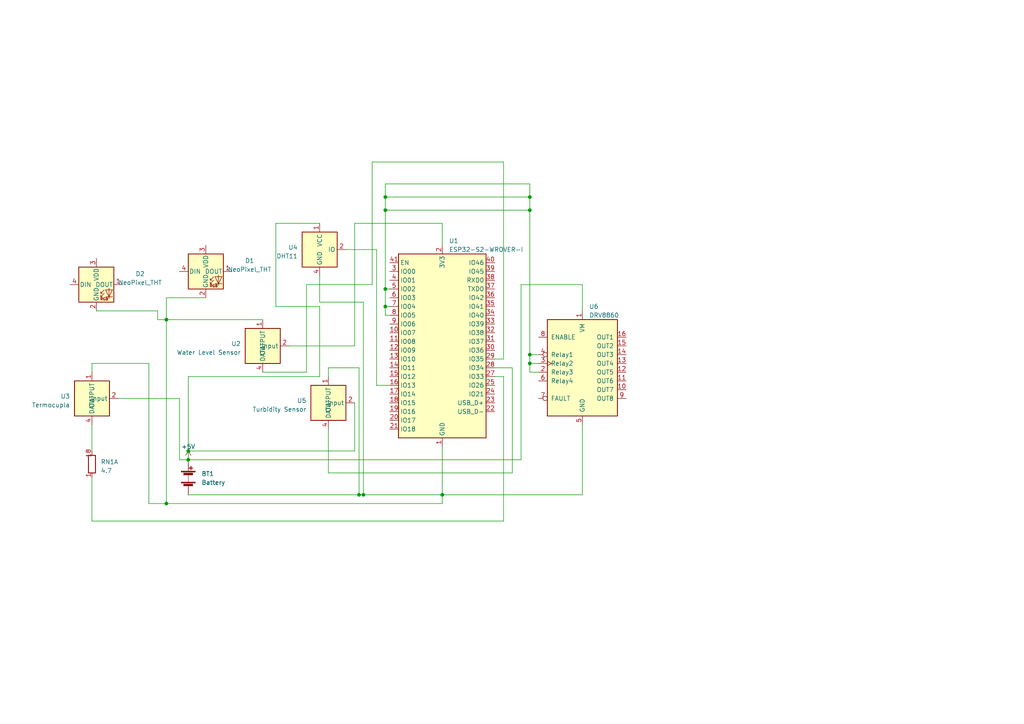
<source format=kicad_sch>
(kicad_sch (version 20230121) (generator eeschema)

  (uuid bf0ab362-4586-4c16-a47c-37bed4b43fef)

  (paper "A4")

  (lib_symbols
    (symbol "DHT11_1" (in_bom yes) (on_board yes)
      (property "Reference" "U2" (at -6.35 0.635 0)
        (effects (font (size 1.27 1.27)) (justify right))
      )
      (property "Value" "DHT11" (at -6.35 -1.905 0)
        (effects (font (size 1.27 1.27)) (justify right))
      )
      (property "Footprint" "Sensor:Aosong_DHT11_5.5x12.0_P2.54mm" (at 0 -10.16 0)
        (effects (font (size 1.27 1.27)) hide)
      )
      (property "Datasheet" "http://akizukidenshi.com/download/ds/aosong/DHT11.pdf" (at 3.81 6.35 0)
        (effects (font (size 1.27 1.27)) hide)
      )
      (property "ki_keywords" "Digital temperature humidity sensor" (at 0 0 0)
        (effects (font (size 1.27 1.27)) hide)
      )
      (property "ki_description" "Temperature and humidity module" (at 0 0 0)
        (effects (font (size 1.27 1.27)) hide)
      )
      (property "ki_fp_filters" "Aosong*DHT11*5.5x12.0*P2.54mm*" (at 0 0 0)
        (effects (font (size 1.27 1.27)) hide)
      )
      (symbol "DHT11_1_0_1"
        (rectangle (start -5.08 5.08) (end 5.08 -5.08)
          (stroke (width 0.254) (type default))
          (fill (type background))
        )
      )
      (symbol "DHT11_1_1_1"
        (pin power_in line (at 0 7.62 270) (length 2.54)
          (name "OUTPUT" (effects (font (size 1.27 1.27))))
          (number "1" (effects (font (size 1.27 1.27))))
        )
        (pin bidirectional line (at 7.62 0 180) (length 2.54)
          (name "input" (effects (font (size 1.27 1.27))))
          (number "2" (effects (font (size 1.27 1.27))))
        )
        (pin no_connect line (at -5.08 0 0) (length 2.54) hide
          (name "NC" (effects (font (size 1.27 1.27))))
          (number "3" (effects (font (size 1.27 1.27))))
        )
        (pin power_in line (at 0 -7.62 90) (length 2.54)
          (name "DATA" (effects (font (size 1.27 1.27))))
          (number "4" (effects (font (size 1.27 1.27))))
        )
      )
    )
    (symbol "DHT11_2" (in_bom yes) (on_board yes)
      (property "Reference" "U3" (at -6.35 0.635 0)
        (effects (font (size 1.27 1.27)) (justify right))
      )
      (property "Value" "Termocupla" (at -6.35 -1.905 0)
        (effects (font (size 1.27 1.27)) (justify right))
      )
      (property "Footprint" "Sensor:Aosong_DHT11_5.5x12.0_P2.54mm" (at 0 -10.16 0)
        (effects (font (size 1.27 1.27)) hide)
      )
      (property "Datasheet" "http://akizukidenshi.com/download/ds/aosong/DHT11.pdf" (at 3.81 6.35 0)
        (effects (font (size 1.27 1.27)) hide)
      )
      (property "ki_keywords" "Digital temperature humidity sensor" (at 0 0 0)
        (effects (font (size 1.27 1.27)) hide)
      )
      (property "ki_description" "Temperature and humidity module" (at 0 0 0)
        (effects (font (size 1.27 1.27)) hide)
      )
      (property "ki_fp_filters" "Aosong*DHT11*5.5x12.0*P2.54mm*" (at 0 0 0)
        (effects (font (size 1.27 1.27)) hide)
      )
      (symbol "DHT11_2_0_1"
        (rectangle (start -5.08 5.08) (end 5.08 -5.08)
          (stroke (width 0.254) (type default))
          (fill (type background))
        )
      )
      (symbol "DHT11_2_1_1"
        (pin power_in line (at 0 7.62 270) (length 2.54)
          (name "OUTPUT" (effects (font (size 1.27 1.27))))
          (number "1" (effects (font (size 1.27 1.27))))
        )
        (pin bidirectional line (at 7.62 0 180) (length 2.54)
          (name "input" (effects (font (size 1.27 1.27))))
          (number "2" (effects (font (size 1.27 1.27))))
        )
        (pin no_connect line (at -5.08 0 0) (length 2.54) hide
          (name "NC" (effects (font (size 1.27 1.27))))
          (number "3" (effects (font (size 1.27 1.27))))
        )
        (pin power_in line (at 0 -7.62 90) (length 2.54)
          (name "DATA" (effects (font (size 1.27 1.27))))
          (number "4" (effects (font (size 1.27 1.27))))
        )
      )
    )
    (symbol "Device:Battery" (pin_numbers hide) (pin_names (offset 0) hide) (in_bom yes) (on_board yes)
      (property "Reference" "BT" (at 2.54 2.54 0)
        (effects (font (size 1.27 1.27)) (justify left))
      )
      (property "Value" "Battery" (at 2.54 0 0)
        (effects (font (size 1.27 1.27)) (justify left))
      )
      (property "Footprint" "" (at 0 1.524 90)
        (effects (font (size 1.27 1.27)) hide)
      )
      (property "Datasheet" "~" (at 0 1.524 90)
        (effects (font (size 1.27 1.27)) hide)
      )
      (property "ki_keywords" "batt voltage-source cell" (at 0 0 0)
        (effects (font (size 1.27 1.27)) hide)
      )
      (property "ki_description" "Multiple-cell battery" (at 0 0 0)
        (effects (font (size 1.27 1.27)) hide)
      )
      (symbol "Battery_0_1"
        (rectangle (start -2.032 -1.397) (end 2.032 -1.651)
          (stroke (width 0) (type default))
          (fill (type outline))
        )
        (rectangle (start -2.032 1.778) (end 2.032 1.524)
          (stroke (width 0) (type default))
          (fill (type outline))
        )
        (rectangle (start -1.3208 -1.9812) (end 1.27 -2.4892)
          (stroke (width 0) (type default))
          (fill (type outline))
        )
        (rectangle (start -1.3208 1.1938) (end 1.27 0.6858)
          (stroke (width 0) (type default))
          (fill (type outline))
        )
        (polyline
          (pts
            (xy 0 -1.524)
            (xy 0 -1.27)
          )
          (stroke (width 0) (type default))
          (fill (type none))
        )
        (polyline
          (pts
            (xy 0 -1.016)
            (xy 0 -0.762)
          )
          (stroke (width 0) (type default))
          (fill (type none))
        )
        (polyline
          (pts
            (xy 0 -0.508)
            (xy 0 -0.254)
          )
          (stroke (width 0) (type default))
          (fill (type none))
        )
        (polyline
          (pts
            (xy 0 0)
            (xy 0 0.254)
          )
          (stroke (width 0) (type default))
          (fill (type none))
        )
        (polyline
          (pts
            (xy 0 0.508)
            (xy 0 0.762)
          )
          (stroke (width 0) (type default))
          (fill (type none))
        )
        (polyline
          (pts
            (xy 0 1.778)
            (xy 0 2.54)
          )
          (stroke (width 0) (type default))
          (fill (type none))
        )
        (polyline
          (pts
            (xy 0.254 2.667)
            (xy 1.27 2.667)
          )
          (stroke (width 0.254) (type default))
          (fill (type none))
        )
        (polyline
          (pts
            (xy 0.762 3.175)
            (xy 0.762 2.159)
          )
          (stroke (width 0.254) (type default))
          (fill (type none))
        )
      )
      (symbol "Battery_1_1"
        (pin passive line (at 0 5.08 270) (length 2.54)
          (name "+" (effects (font (size 1.27 1.27))))
          (number "1" (effects (font (size 1.27 1.27))))
        )
        (pin passive line (at 0 -5.08 90) (length 2.54)
          (name "-" (effects (font (size 1.27 1.27))))
          (number "2" (effects (font (size 1.27 1.27))))
        )
      )
    )
    (symbol "Device:R_Pack09_Split" (pin_names (offset 0) hide) (in_bom yes) (on_board yes)
      (property "Reference" "RN1" (at 2.54 0.635 0)
        (effects (font (size 1.27 1.27)) (justify left))
      )
      (property "Value" "4.7" (at 2.54 -1.905 0)
        (effects (font (size 1.27 1.27)) (justify left))
      )
      (property "Footprint" "" (at -2.032 0 90)
        (effects (font (size 1.27 1.27)) hide)
      )
      (property "Datasheet" "~" (at 0 0 0)
        (effects (font (size 1.27 1.27)) hide)
      )
      (property "ki_keywords" "R network parallel topology isolated" (at 0 0 0)
        (effects (font (size 1.27 1.27)) hide)
      )
      (property "ki_description" "9 resistor network, parallel topology, split" (at 0 0 0)
        (effects (font (size 1.27 1.27)) hide)
      )
      (property "ki_fp_filters" "DIP* SOIC* R*Array*Concave* R*Array*Convex*" (at 0 0 0)
        (effects (font (size 1.27 1.27)) hide)
      )
      (symbol "R_Pack09_Split_0_1"
        (rectangle (start 1.016 2.54) (end -1.016 -2.54)
          (stroke (width 0.254) (type default))
          (fill (type none))
        )
      )
      (symbol "R_Pack09_Split_1_1"
        (pin passive line (at 0 -3.81 90) (length 1.27)
          (name "R1.1" (effects (font (size 1.27 1.27))))
          (number "1" (effects (font (size 1.27 1.27))))
        )
        (pin passive line (at 0 3.81 270) (length 1.27)
          (name "R1.2" (effects (font (size 1.27 1.27))))
          (number "18" (effects (font (size 1.27 1.27))))
        )
      )
      (symbol "R_Pack09_Split_2_1"
        (pin passive line (at 0 3.81 270) (length 1.27)
          (name "R2.2" (effects (font (size 1.27 1.27))))
          (number "17" (effects (font (size 1.27 1.27))))
        )
        (pin passive line (at 0 -3.81 90) (length 1.27)
          (name "R2.1" (effects (font (size 1.27 1.27))))
          (number "2" (effects (font (size 1.27 1.27))))
        )
      )
      (symbol "R_Pack09_Split_3_1"
        (pin passive line (at 0 3.81 270) (length 1.27)
          (name "R3.2" (effects (font (size 1.27 1.27))))
          (number "16" (effects (font (size 1.27 1.27))))
        )
        (pin passive line (at 0 -3.81 90) (length 1.27)
          (name "R3.1" (effects (font (size 1.27 1.27))))
          (number "3" (effects (font (size 1.27 1.27))))
        )
      )
      (symbol "R_Pack09_Split_4_1"
        (pin passive line (at 0 3.81 270) (length 1.27)
          (name "R4.2" (effects (font (size 1.27 1.27))))
          (number "15" (effects (font (size 1.27 1.27))))
        )
        (pin passive line (at 0 -3.81 90) (length 1.27)
          (name "R4.1" (effects (font (size 1.27 1.27))))
          (number "4" (effects (font (size 1.27 1.27))))
        )
      )
      (symbol "R_Pack09_Split_5_1"
        (pin passive line (at 0 3.81 270) (length 1.27)
          (name "R5.2" (effects (font (size 1.27 1.27))))
          (number "14" (effects (font (size 1.27 1.27))))
        )
        (pin passive line (at 0 -3.81 90) (length 1.27)
          (name "R5.1" (effects (font (size 1.27 1.27))))
          (number "5" (effects (font (size 1.27 1.27))))
        )
      )
      (symbol "R_Pack09_Split_6_1"
        (pin passive line (at 0 3.81 270) (length 1.27)
          (name "R6.2" (effects (font (size 1.27 1.27))))
          (number "13" (effects (font (size 1.27 1.27))))
        )
        (pin passive line (at 0 -3.81 90) (length 1.27)
          (name "R6.1" (effects (font (size 1.27 1.27))))
          (number "6" (effects (font (size 1.27 1.27))))
        )
      )
      (symbol "R_Pack09_Split_7_1"
        (pin passive line (at 0 3.81 270) (length 1.27)
          (name "R7.2" (effects (font (size 1.27 1.27))))
          (number "12" (effects (font (size 1.27 1.27))))
        )
        (pin passive line (at 0 -3.81 90) (length 1.27)
          (name "R7.1" (effects (font (size 1.27 1.27))))
          (number "7" (effects (font (size 1.27 1.27))))
        )
      )
      (symbol "R_Pack09_Split_8_1"
        (pin passive line (at 0 3.81 270) (length 1.27)
          (name "R8.2" (effects (font (size 1.27 1.27))))
          (number "11" (effects (font (size 1.27 1.27))))
        )
        (pin passive line (at 0 -3.81 90) (length 1.27)
          (name "R8.1" (effects (font (size 1.27 1.27))))
          (number "8" (effects (font (size 1.27 1.27))))
        )
      )
      (symbol "R_Pack09_Split_9_1"
        (pin passive line (at 0 3.81 270) (length 1.27)
          (name "R9.2" (effects (font (size 1.27 1.27))))
          (number "10" (effects (font (size 1.27 1.27))))
        )
        (pin passive line (at 0 -3.81 90) (length 1.27)
          (name "R9.1" (effects (font (size 1.27 1.27))))
          (number "9" (effects (font (size 1.27 1.27))))
        )
      )
    )
    (symbol "Driver_Relay:DRV8860" (pin_names (offset 1.016)) (in_bom yes) (on_board yes)
      (property "Reference" "U6" (at 1.9559 19.05 0)
        (effects (font (size 1.27 1.27)) (justify left))
      )
      (property "Value" "DRV8860" (at 1.9559 16.51 0)
        (effects (font (size 1.27 1.27)) (justify left))
      )
      (property "Footprint" "Package_SO:TSSOP-16_4.4x5mm_P0.65mm" (at 10.16 12.7 0)
        (effects (font (size 1.27 1.27)) (justify left) hide)
      )
      (property "Datasheet" "http://www.ti.com/lit/ds/symlink/drv8860.pdf" (at 1.27 -15.24 0)
        (effects (font (size 1.27 1.27)) hide)
      )
      (property "ki_keywords" "Relay Driver" (at 0 0 0)
        (effects (font (size 1.27 1.27)) hide)
      )
      (property "ki_description" "8-Channel Serial Interface Low-Side Driver" (at 0 0 0)
        (effects (font (size 1.27 1.27)) hide)
      )
      (property "ki_fp_filters" "TSSOP*4.4x5mm*P0.65mm*" (at 0 0 0)
        (effects (font (size 1.27 1.27)) hide)
      )
      (symbol "DRV8860_0_1"
        (rectangle (start -10.16 15.24) (end 10.16 -12.7)
          (stroke (width 0.254) (type default))
          (fill (type background))
        )
      )
      (symbol "DRV8860_1_1"
        (pin power_in line (at 0 17.78 270) (length 2.54)
          (name "VM" (effects (font (size 1.27 1.27))))
          (number "1" (effects (font (size 1.27 1.27))))
        )
        (pin output line (at 12.7 -5.08 180) (length 2.54)
          (name "OUT7" (effects (font (size 1.27 1.27))))
          (number "10" (effects (font (size 1.27 1.27))))
        )
        (pin output line (at 12.7 -2.54 180) (length 2.54)
          (name "OUT6" (effects (font (size 1.27 1.27))))
          (number "11" (effects (font (size 1.27 1.27))))
        )
        (pin output line (at 12.7 0 180) (length 2.54)
          (name "OUT5" (effects (font (size 1.27 1.27))))
          (number "12" (effects (font (size 1.27 1.27))))
        )
        (pin output line (at 12.7 2.54 180) (length 2.54)
          (name "OUT4" (effects (font (size 1.27 1.27))))
          (number "13" (effects (font (size 1.27 1.27))))
        )
        (pin output line (at 12.7 5.08 180) (length 2.54)
          (name "OUT3" (effects (font (size 1.27 1.27))))
          (number "14" (effects (font (size 1.27 1.27))))
        )
        (pin output line (at 12.7 7.62 180) (length 2.54)
          (name "OUT2" (effects (font (size 1.27 1.27))))
          (number "15" (effects (font (size 1.27 1.27))))
        )
        (pin output line (at 12.7 10.16 180) (length 2.54)
          (name "OUT1" (effects (font (size 1.27 1.27))))
          (number "16" (effects (font (size 1.27 1.27))))
        )
        (pin input line (at -12.7 0 0) (length 2.54)
          (name "Relay3" (effects (font (size 1.27 1.27))))
          (number "2" (effects (font (size 1.27 1.27))))
        )
        (pin input clock (at -12.7 2.54 0) (length 2.54)
          (name "Relay2" (effects (font (size 1.27 1.27))))
          (number "3" (effects (font (size 1.27 1.27))))
        )
        (pin input inverted (at -12.7 5.08 0) (length 2.54)
          (name "Relay1" (effects (font (size 1.27 1.27))))
          (number "4" (effects (font (size 1.27 1.27))))
        )
        (pin power_in line (at 0 -15.24 90) (length 2.54)
          (name "GND" (effects (font (size 1.27 1.27))))
          (number "5" (effects (font (size 1.27 1.27))))
        )
        (pin output line (at -12.7 -2.54 0) (length 2.54)
          (name "Relay4" (effects (font (size 1.27 1.27))))
          (number "6" (effects (font (size 1.27 1.27))))
        )
        (pin open_collector inverted (at -12.7 -7.62 0) (length 2.54)
          (name "FAULT" (effects (font (size 1.27 1.27))))
          (number "7" (effects (font (size 1.27 1.27))))
        )
        (pin input line (at -12.7 10.16 0) (length 2.54)
          (name "ENABLE" (effects (font (size 1.27 1.27))))
          (number "8" (effects (font (size 1.27 1.27))))
        )
        (pin output line (at 12.7 -7.62 180) (length 2.54)
          (name "OUT8" (effects (font (size 1.27 1.27))))
          (number "9" (effects (font (size 1.27 1.27))))
        )
      )
    )
    (symbol "LED:NeoPixel_THT" (pin_names (offset 0.254)) (in_bom yes) (on_board yes)
      (property "Reference" "D" (at 5.08 5.715 0)
        (effects (font (size 1.27 1.27)) (justify right bottom))
      )
      (property "Value" "NeoPixel_THT" (at 1.27 -5.715 0)
        (effects (font (size 1.27 1.27)) (justify left top))
      )
      (property "Footprint" "" (at 1.27 -7.62 0)
        (effects (font (size 1.27 1.27)) (justify left top) hide)
      )
      (property "Datasheet" "https://www.adafruit.com/product/1938" (at 2.54 -9.525 0)
        (effects (font (size 1.27 1.27)) (justify left top) hide)
      )
      (property "ki_keywords" "RGB LED NeoPixel addressable" (at 0 0 0)
        (effects (font (size 1.27 1.27)) hide)
      )
      (property "ki_description" "RGB LED with integrated controller, 5mm/8mm LED package" (at 0 0 0)
        (effects (font (size 1.27 1.27)) hide)
      )
      (property "ki_fp_filters" "LED*D5.0mm* LED*D8.0mm*" (at 0 0 0)
        (effects (font (size 1.27 1.27)) hide)
      )
      (symbol "NeoPixel_THT_0_0"
        (text "RGB" (at 2.286 -4.191 0)
          (effects (font (size 0.762 0.762)))
        )
      )
      (symbol "NeoPixel_THT_0_1"
        (polyline
          (pts
            (xy 1.27 -3.556)
            (xy 1.778 -3.556)
          )
          (stroke (width 0) (type default))
          (fill (type none))
        )
        (polyline
          (pts
            (xy 1.27 -2.54)
            (xy 1.778 -2.54)
          )
          (stroke (width 0) (type default))
          (fill (type none))
        )
        (polyline
          (pts
            (xy 4.699 -3.556)
            (xy 2.667 -3.556)
          )
          (stroke (width 0) (type default))
          (fill (type none))
        )
        (polyline
          (pts
            (xy 2.286 -2.54)
            (xy 1.27 -3.556)
            (xy 1.27 -3.048)
          )
          (stroke (width 0) (type default))
          (fill (type none))
        )
        (polyline
          (pts
            (xy 2.286 -1.524)
            (xy 1.27 -2.54)
            (xy 1.27 -2.032)
          )
          (stroke (width 0) (type default))
          (fill (type none))
        )
        (polyline
          (pts
            (xy 3.683 -1.016)
            (xy 3.683 -3.556)
            (xy 3.683 -4.064)
          )
          (stroke (width 0) (type default))
          (fill (type none))
        )
        (polyline
          (pts
            (xy 4.699 -1.524)
            (xy 2.667 -1.524)
            (xy 3.683 -3.556)
            (xy 4.699 -1.524)
          )
          (stroke (width 0) (type default))
          (fill (type none))
        )
        (rectangle (start 5.08 5.08) (end -5.08 -5.08)
          (stroke (width 0.254) (type default))
          (fill (type background))
        )
      )
      (symbol "NeoPixel_THT_1_1"
        (pin output line (at 7.62 0 180) (length 2.54)
          (name "DOUT" (effects (font (size 1.27 1.27))))
          (number "1" (effects (font (size 1.27 1.27))))
        )
        (pin power_in line (at 0 -7.62 90) (length 2.54)
          (name "GND" (effects (font (size 1.27 1.27))))
          (number "2" (effects (font (size 1.27 1.27))))
        )
        (pin power_in line (at 0 7.62 270) (length 2.54)
          (name "VDD" (effects (font (size 1.27 1.27))))
          (number "3" (effects (font (size 1.27 1.27))))
        )
        (pin input line (at -7.62 0 0) (length 2.54)
          (name "DIN" (effects (font (size 1.27 1.27))))
          (number "4" (effects (font (size 1.27 1.27))))
        )
      )
    )
    (symbol "RF_Module:ESP32-S2-WROVER-I" (in_bom yes) (on_board yes)
      (property "Reference" "U" (at -12.7 29.21 0)
        (effects (font (size 1.27 1.27)) (justify left))
      )
      (property "Value" "ESP32-S2-WROVER-I" (at 2.54 29.21 0)
        (effects (font (size 1.27 1.27)) (justify left))
      )
      (property "Footprint" "RF_Module:ESP32-S2-WROVER" (at 19.05 -29.21 0)
        (effects (font (size 1.27 1.27)) hide)
      )
      (property "Datasheet" "https://www.espressif.com/sites/default/files/documentation/esp32-s2-wroom_esp32-s2-wroom-i_datasheet_en.pdf" (at -7.62 -20.32 0)
        (effects (font (size 1.27 1.27)) hide)
      )
      (property "ki_keywords" "RF Radio ESP ESP32 Espressif onboard PCB antenna" (at 0 0 0)
        (effects (font (size 1.27 1.27)) hide)
      )
      (property "ki_description" "RF Module, ESP32-D0WDQ6 SoC, Wi-Fi 802.11b/g/n, 32-bit, 2.7-3.6V, onboard antenna, SMD" (at 0 0 0)
        (effects (font (size 1.27 1.27)) hide)
      )
      (property "ki_fp_filters" "ESP32?S2?WROVER*" (at 0 0 0)
        (effects (font (size 1.27 1.27)) hide)
      )
      (symbol "ESP32-S2-WROVER-I_0_1"
        (rectangle (start -12.7 27.94) (end 12.7 -25.4)
          (stroke (width 0.254) (type default))
          (fill (type background))
        )
      )
      (symbol "ESP32-S2-WROVER-I_1_1"
        (pin power_in line (at 0 -27.94 90) (length 2.54)
          (name "GND" (effects (font (size 1.27 1.27))))
          (number "1" (effects (font (size 1.27 1.27))))
        )
        (pin bidirectional line (at -15.24 5.08 0) (length 2.54)
          (name "IO07" (effects (font (size 1.27 1.27))))
          (number "10" (effects (font (size 1.27 1.27))))
        )
        (pin bidirectional line (at -15.24 2.54 0) (length 2.54)
          (name "IO08" (effects (font (size 1.27 1.27))))
          (number "11" (effects (font (size 1.27 1.27))))
        )
        (pin bidirectional line (at -15.24 0 0) (length 2.54)
          (name "IO09" (effects (font (size 1.27 1.27))))
          (number "12" (effects (font (size 1.27 1.27))))
        )
        (pin bidirectional line (at -15.24 -2.54 0) (length 2.54)
          (name "IO10" (effects (font (size 1.27 1.27))))
          (number "13" (effects (font (size 1.27 1.27))))
        )
        (pin bidirectional line (at -15.24 -5.08 0) (length 2.54)
          (name "IO11" (effects (font (size 1.27 1.27))))
          (number "14" (effects (font (size 1.27 1.27))))
        )
        (pin bidirectional line (at -15.24 -7.62 0) (length 2.54)
          (name "IO12" (effects (font (size 1.27 1.27))))
          (number "15" (effects (font (size 1.27 1.27))))
        )
        (pin bidirectional line (at -15.24 -10.16 0) (length 2.54)
          (name "IO13" (effects (font (size 1.27 1.27))))
          (number "16" (effects (font (size 1.27 1.27))))
        )
        (pin bidirectional line (at -15.24 -12.7 0) (length 2.54)
          (name "IO14" (effects (font (size 1.27 1.27))))
          (number "17" (effects (font (size 1.27 1.27))))
        )
        (pin bidirectional line (at -15.24 -15.24 0) (length 2.54)
          (name "IO15" (effects (font (size 1.27 1.27))))
          (number "18" (effects (font (size 1.27 1.27))))
        )
        (pin bidirectional line (at -15.24 -17.78 0) (length 2.54)
          (name "IO16" (effects (font (size 1.27 1.27))))
          (number "19" (effects (font (size 1.27 1.27))))
        )
        (pin power_in line (at 0 30.48 270) (length 2.54)
          (name "3V3" (effects (font (size 1.27 1.27))))
          (number "2" (effects (font (size 1.27 1.27))))
        )
        (pin bidirectional line (at -15.24 -20.32 0) (length 2.54)
          (name "IO17" (effects (font (size 1.27 1.27))))
          (number "20" (effects (font (size 1.27 1.27))))
        )
        (pin bidirectional line (at -15.24 -22.86 0) (length 2.54)
          (name "IO18" (effects (font (size 1.27 1.27))))
          (number "21" (effects (font (size 1.27 1.27))))
        )
        (pin bidirectional line (at 15.24 -17.78 180) (length 2.54)
          (name "USB_D-" (effects (font (size 1.27 1.27))))
          (number "22" (effects (font (size 1.27 1.27))))
        )
        (pin bidirectional line (at 15.24 -15.24 180) (length 2.54)
          (name "USB_D+" (effects (font (size 1.27 1.27))))
          (number "23" (effects (font (size 1.27 1.27))))
        )
        (pin bidirectional line (at 15.24 -12.7 180) (length 2.54)
          (name "IO21" (effects (font (size 1.27 1.27))))
          (number "24" (effects (font (size 1.27 1.27))))
        )
        (pin bidirectional line (at 15.24 -10.16 180) (length 2.54)
          (name "IO26" (effects (font (size 1.27 1.27))))
          (number "25" (effects (font (size 1.27 1.27))))
        )
        (pin passive line (at 0 -27.94 90) (length 2.54) hide
          (name "GND" (effects (font (size 1.27 1.27))))
          (number "26" (effects (font (size 1.27 1.27))))
        )
        (pin bidirectional line (at 15.24 -7.62 180) (length 2.54)
          (name "IO33" (effects (font (size 1.27 1.27))))
          (number "27" (effects (font (size 1.27 1.27))))
        )
        (pin bidirectional line (at 15.24 -5.08 180) (length 2.54)
          (name "IO34" (effects (font (size 1.27 1.27))))
          (number "28" (effects (font (size 1.27 1.27))))
        )
        (pin bidirectional line (at 15.24 -2.54 180) (length 2.54)
          (name "IO35" (effects (font (size 1.27 1.27))))
          (number "29" (effects (font (size 1.27 1.27))))
        )
        (pin bidirectional line (at -15.24 22.86 0) (length 2.54)
          (name "IO00" (effects (font (size 1.27 1.27))))
          (number "3" (effects (font (size 1.27 1.27))))
        )
        (pin bidirectional line (at 15.24 0 180) (length 2.54)
          (name "IO36" (effects (font (size 1.27 1.27))))
          (number "30" (effects (font (size 1.27 1.27))))
        )
        (pin bidirectional line (at 15.24 2.54 180) (length 2.54)
          (name "IO37" (effects (font (size 1.27 1.27))))
          (number "31" (effects (font (size 1.27 1.27))))
        )
        (pin bidirectional line (at 15.24 5.08 180) (length 2.54)
          (name "IO38" (effects (font (size 1.27 1.27))))
          (number "32" (effects (font (size 1.27 1.27))))
        )
        (pin bidirectional line (at 15.24 7.62 180) (length 2.54)
          (name "IO39" (effects (font (size 1.27 1.27))))
          (number "33" (effects (font (size 1.27 1.27))))
        )
        (pin bidirectional line (at 15.24 10.16 180) (length 2.54)
          (name "IO40" (effects (font (size 1.27 1.27))))
          (number "34" (effects (font (size 1.27 1.27))))
        )
        (pin bidirectional line (at 15.24 12.7 180) (length 2.54)
          (name "IO41" (effects (font (size 1.27 1.27))))
          (number "35" (effects (font (size 1.27 1.27))))
        )
        (pin bidirectional line (at 15.24 15.24 180) (length 2.54)
          (name "IO42" (effects (font (size 1.27 1.27))))
          (number "36" (effects (font (size 1.27 1.27))))
        )
        (pin bidirectional line (at 15.24 17.78 180) (length 2.54)
          (name "TXD0" (effects (font (size 1.27 1.27))))
          (number "37" (effects (font (size 1.27 1.27))))
        )
        (pin bidirectional line (at 15.24 20.32 180) (length 2.54)
          (name "RXD0" (effects (font (size 1.27 1.27))))
          (number "38" (effects (font (size 1.27 1.27))))
        )
        (pin bidirectional line (at 15.24 22.86 180) (length 2.54)
          (name "IO45" (effects (font (size 1.27 1.27))))
          (number "39" (effects (font (size 1.27 1.27))))
        )
        (pin bidirectional line (at -15.24 20.32 0) (length 2.54)
          (name "IO01" (effects (font (size 1.27 1.27))))
          (number "4" (effects (font (size 1.27 1.27))))
        )
        (pin input line (at 15.24 25.4 180) (length 2.54)
          (name "IO46" (effects (font (size 1.27 1.27))))
          (number "40" (effects (font (size 1.27 1.27))))
        )
        (pin input line (at -15.24 25.4 0) (length 2.54)
          (name "EN" (effects (font (size 1.27 1.27))))
          (number "41" (effects (font (size 1.27 1.27))))
        )
        (pin passive line (at 0 -27.94 90) (length 2.54) hide
          (name "GND" (effects (font (size 1.27 1.27))))
          (number "42" (effects (font (size 1.27 1.27))))
        )
        (pin passive line (at 0 -27.94 90) (length 2.54) hide
          (name "GND" (effects (font (size 1.27 1.27))))
          (number "43" (effects (font (size 1.27 1.27))))
        )
        (pin bidirectional line (at -15.24 17.78 0) (length 2.54)
          (name "IO02" (effects (font (size 1.27 1.27))))
          (number "5" (effects (font (size 1.27 1.27))))
        )
        (pin bidirectional line (at -15.24 15.24 0) (length 2.54)
          (name "IO03" (effects (font (size 1.27 1.27))))
          (number "6" (effects (font (size 1.27 1.27))))
        )
        (pin bidirectional line (at -15.24 12.7 0) (length 2.54)
          (name "IO04" (effects (font (size 1.27 1.27))))
          (number "7" (effects (font (size 1.27 1.27))))
        )
        (pin bidirectional line (at -15.24 10.16 0) (length 2.54)
          (name "IO05" (effects (font (size 1.27 1.27))))
          (number "8" (effects (font (size 1.27 1.27))))
        )
        (pin bidirectional line (at -15.24 7.62 0) (length 2.54)
          (name "IO06" (effects (font (size 1.27 1.27))))
          (number "9" (effects (font (size 1.27 1.27))))
        )
      )
    )
    (symbol "Sensor:DHT11" (in_bom yes) (on_board yes)
      (property "Reference" "U" (at -3.81 6.35 0)
        (effects (font (size 1.27 1.27)))
      )
      (property "Value" "DHT11" (at 3.81 6.35 0)
        (effects (font (size 1.27 1.27)))
      )
      (property "Footprint" "Sensor:Aosong_DHT11_5.5x12.0_P2.54mm" (at 0 -10.16 0)
        (effects (font (size 1.27 1.27)) hide)
      )
      (property "Datasheet" "http://akizukidenshi.com/download/ds/aosong/DHT11.pdf" (at 3.81 6.35 0)
        (effects (font (size 1.27 1.27)) hide)
      )
      (property "ki_keywords" "Digital temperature humidity sensor" (at 0 0 0)
        (effects (font (size 1.27 1.27)) hide)
      )
      (property "ki_description" "Temperature and humidity module" (at 0 0 0)
        (effects (font (size 1.27 1.27)) hide)
      )
      (property "ki_fp_filters" "Aosong*DHT11*5.5x12.0*P2.54mm*" (at 0 0 0)
        (effects (font (size 1.27 1.27)) hide)
      )
      (symbol "DHT11_0_1"
        (rectangle (start -5.08 5.08) (end 5.08 -5.08)
          (stroke (width 0.254) (type default))
          (fill (type background))
        )
      )
      (symbol "DHT11_1_1"
        (pin power_in line (at 0 7.62 270) (length 2.54)
          (name "VCC" (effects (font (size 1.27 1.27))))
          (number "1" (effects (font (size 1.27 1.27))))
        )
        (pin bidirectional line (at 7.62 0 180) (length 2.54)
          (name "IO" (effects (font (size 1.27 1.27))))
          (number "2" (effects (font (size 1.27 1.27))))
        )
        (pin no_connect line (at -5.08 0 0) (length 2.54) hide
          (name "NC" (effects (font (size 1.27 1.27))))
          (number "3" (effects (font (size 1.27 1.27))))
        )
        (pin power_in line (at 0 -7.62 90) (length 2.54)
          (name "GND" (effects (font (size 1.27 1.27))))
          (number "4" (effects (font (size 1.27 1.27))))
        )
      )
    )
    (symbol "power:+5V" (power) (pin_names (offset 0)) (in_bom yes) (on_board yes)
      (property "Reference" "#PWR" (at 0 -3.81 0)
        (effects (font (size 1.27 1.27)) hide)
      )
      (property "Value" "+5V" (at 0 3.556 0)
        (effects (font (size 1.27 1.27)))
      )
      (property "Footprint" "" (at 0 0 0)
        (effects (font (size 1.27 1.27)) hide)
      )
      (property "Datasheet" "" (at 0 0 0)
        (effects (font (size 1.27 1.27)) hide)
      )
      (property "ki_keywords" "global power" (at 0 0 0)
        (effects (font (size 1.27 1.27)) hide)
      )
      (property "ki_description" "Power symbol creates a global label with name \"+5V\"" (at 0 0 0)
        (effects (font (size 1.27 1.27)) hide)
      )
      (symbol "+5V_0_1"
        (polyline
          (pts
            (xy -0.762 1.27)
            (xy 0 2.54)
          )
          (stroke (width 0) (type default))
          (fill (type none))
        )
        (polyline
          (pts
            (xy 0 0)
            (xy 0 2.54)
          )
          (stroke (width 0) (type default))
          (fill (type none))
        )
        (polyline
          (pts
            (xy 0 2.54)
            (xy 0.762 1.27)
          )
          (stroke (width 0) (type default))
          (fill (type none))
        )
      )
      (symbol "+5V_1_1"
        (pin power_in line (at 0 0 90) (length 0) hide
          (name "+5V" (effects (font (size 1.27 1.27))))
          (number "1" (effects (font (size 1.27 1.27))))
        )
      )
    )
  )

  (junction (at 54.61 130.81) (diameter 0) (color 0 0 0 0)
    (uuid 1118a636-a5fc-4c31-aa97-6a5f73d56ea8)
  )
  (junction (at 153.67 60.96) (diameter 0) (color 0 0 0 0)
    (uuid 226488e3-15eb-4f0f-a65d-34859a600d2a)
  )
  (junction (at 54.61 133.35) (diameter 0) (color 0 0 0 0)
    (uuid 37b89933-9aaa-4d18-8d2c-29491a4dd744)
  )
  (junction (at 48.26 146.05) (diameter 0) (color 0 0 0 0)
    (uuid 39345eb2-d7ff-4702-b53d-acf810f38268)
  )
  (junction (at 153.67 57.15) (diameter 0) (color 0 0 0 0)
    (uuid 39db17d4-5df5-46c6-bcce-a6ef73471185)
  )
  (junction (at 128.27 143.51) (diameter 0) (color 0 0 0 0)
    (uuid 415686f1-42fc-4a40-861e-b625f6427eed)
  )
  (junction (at 105.41 143.51) (diameter 0) (color 0 0 0 0)
    (uuid 55ee1a17-52bf-4993-9fe7-0130aade445b)
  )
  (junction (at 111.76 57.15) (diameter 0) (color 0 0 0 0)
    (uuid 681a6c16-d13e-4bac-a622-a59b11412113)
  )
  (junction (at 48.26 92.71) (diameter 0) (color 0 0 0 0)
    (uuid 6e581920-c128-46e9-ab00-7c50bdda968f)
  )
  (junction (at 153.67 105.41) (diameter 0) (color 0 0 0 0)
    (uuid 7724becf-c77a-45ba-8cdc-363ecc57a5a6)
  )
  (junction (at 104.14 143.51) (diameter 0) (color 0 0 0 0)
    (uuid aef6f379-3613-40e9-85a7-5b6f6c8106be)
  )
  (junction (at 153.67 102.87) (diameter 0) (color 0 0 0 0)
    (uuid b44d4f93-1473-4cc8-87f5-5ac2d4c68a36)
  )
  (junction (at 111.76 88.9) (diameter 0) (color 0 0 0 0)
    (uuid ca0925a9-918e-46a1-a25d-92d64122d528)
  )
  (junction (at 111.76 83.82) (diameter 0) (color 0 0 0 0)
    (uuid dbdff18e-f48b-46b7-9dc1-598d3222d63b)
  )
  (junction (at 111.76 60.96) (diameter 0) (color 0 0 0 0)
    (uuid f0d2ac98-d792-4bde-b146-4eed5d5e92a8)
  )

  (wire (pts (xy 88.9 82.55) (xy 107.95 82.55))
    (stroke (width 0) (type default))
    (uuid 021a961e-969d-4eb7-9dc7-bfb0c72c1d6e)
  )
  (wire (pts (xy 151.13 82.55) (xy 168.91 82.55))
    (stroke (width 0) (type default))
    (uuid 0446255a-d15a-4f7f-b294-b04b103d902f)
  )
  (wire (pts (xy 26.67 105.41) (xy 43.18 105.41))
    (stroke (width 0) (type default))
    (uuid 05aa3ad1-569e-4144-be3a-093bb8916a08)
  )
  (wire (pts (xy 104.14 143.51) (xy 105.41 143.51))
    (stroke (width 0) (type default))
    (uuid 0b009645-bc49-47b8-ba38-f64339697712)
  )
  (wire (pts (xy 143.51 109.22) (xy 146.05 109.22))
    (stroke (width 0) (type default))
    (uuid 0c2eab01-81d4-4315-8c59-603008b13a43)
  )
  (wire (pts (xy 109.22 111.76) (xy 113.03 111.76))
    (stroke (width 0) (type default))
    (uuid 0cc3d28c-9877-4a02-b334-3dc82aa14864)
  )
  (wire (pts (xy 95.25 106.68) (xy 104.14 106.68))
    (stroke (width 0) (type default))
    (uuid 0f35c3bb-c6ee-4be1-bdb7-eca6831db4ca)
  )
  (wire (pts (xy 111.76 91.44) (xy 113.03 91.44))
    (stroke (width 0) (type default))
    (uuid 15f37ca1-e6b9-4e56-b058-a065ee495824)
  )
  (wire (pts (xy 146.05 151.13) (xy 146.05 109.22))
    (stroke (width 0) (type default))
    (uuid 16329cc7-fe97-454e-8284-56a0a86b8451)
  )
  (wire (pts (xy 92.71 80.01) (xy 92.71 87.63))
    (stroke (width 0) (type default))
    (uuid 19667e52-03d8-4e09-ab5f-c55d7631c3e6)
  )
  (wire (pts (xy 83.82 100.33) (xy 102.87 100.33))
    (stroke (width 0) (type default))
    (uuid 1d31c9e3-16fe-4313-9ae0-5a5fddcfd0c1)
  )
  (wire (pts (xy 102.87 64.77) (xy 128.27 64.77))
    (stroke (width 0) (type default))
    (uuid 27acf064-c3f9-4332-ad0f-5de03b1cc109)
  )
  (wire (pts (xy 109.22 72.39) (xy 109.22 111.76))
    (stroke (width 0) (type default))
    (uuid 2840b563-95bd-4b31-ac4d-a385a6c50063)
  )
  (wire (pts (xy 76.2 92.71) (xy 48.26 92.71))
    (stroke (width 0) (type default))
    (uuid 33e6b5d6-8c00-4e4a-9e9d-9640bbe84433)
  )
  (wire (pts (xy 148.59 137.16) (xy 148.59 106.68))
    (stroke (width 0) (type default))
    (uuid 353ee637-126c-45e1-b2a6-e331925627b5)
  )
  (wire (pts (xy 111.76 88.9) (xy 111.76 91.44))
    (stroke (width 0) (type default))
    (uuid 35c1e035-d753-426e-afa7-e2bf6408bfdd)
  )
  (wire (pts (xy 111.76 88.9) (xy 113.03 88.9))
    (stroke (width 0) (type default))
    (uuid 36b6d5cd-9f41-4b50-9cc8-5b033bf1097d)
  )
  (wire (pts (xy 88.9 107.95) (xy 88.9 82.55))
    (stroke (width 0) (type default))
    (uuid 36bd4b2a-e1c0-4a06-908b-a5b30baed26d)
  )
  (wire (pts (xy 45.72 90.17) (xy 45.72 92.71))
    (stroke (width 0) (type default))
    (uuid 3d9032be-4b4a-46fc-8a91-ad771127708f)
  )
  (wire (pts (xy 107.95 46.99) (xy 146.05 46.99))
    (stroke (width 0) (type default))
    (uuid 3ecce758-a442-4355-a1d9-1ec1d3e8d14d)
  )
  (wire (pts (xy 168.91 82.55) (xy 168.91 90.17))
    (stroke (width 0) (type default))
    (uuid 41bd1819-cfef-41f3-a08f-07e824850851)
  )
  (wire (pts (xy 102.87 130.81) (xy 54.61 130.81))
    (stroke (width 0) (type default))
    (uuid 4418bd22-0c2f-4640-8ba9-04f28e9a1f17)
  )
  (wire (pts (xy 80.01 88.9) (xy 92.71 88.9))
    (stroke (width 0) (type default))
    (uuid 4c34d0fe-23cb-4e5b-b61b-c3c9a95551e0)
  )
  (wire (pts (xy 153.67 53.34) (xy 111.76 53.34))
    (stroke (width 0) (type default))
    (uuid 4c6343fe-a475-4a1a-bee3-7bd141af4a75)
  )
  (wire (pts (xy 92.71 109.22) (xy 54.61 109.22))
    (stroke (width 0) (type default))
    (uuid 4d102cee-65f3-4622-a44f-7e9ea313376c)
  )
  (wire (pts (xy 111.76 57.15) (xy 111.76 60.96))
    (stroke (width 0) (type default))
    (uuid 4d2fea88-e782-4d3b-87f8-0a4151666f63)
  )
  (wire (pts (xy 156.21 107.95) (xy 153.67 107.95))
    (stroke (width 0) (type default))
    (uuid 4f13a88f-24e1-4481-ab87-5216acc53c01)
  )
  (wire (pts (xy 153.67 102.87) (xy 153.67 105.41))
    (stroke (width 0) (type default))
    (uuid 506bff09-e555-492d-abdb-8458498ee449)
  )
  (wire (pts (xy 128.27 146.05) (xy 128.27 143.51))
    (stroke (width 0) (type default))
    (uuid 54003387-04da-4a43-afa9-b44cd2461b7c)
  )
  (wire (pts (xy 43.18 146.05) (xy 48.26 146.05))
    (stroke (width 0) (type default))
    (uuid 5a54d4a3-52d4-4104-b56d-689ff5106631)
  )
  (wire (pts (xy 168.91 123.19) (xy 168.91 143.51))
    (stroke (width 0) (type default))
    (uuid 5d79dbdb-5d76-437d-8435-178628c6d8de)
  )
  (wire (pts (xy 153.67 105.41) (xy 153.67 107.95))
    (stroke (width 0) (type default))
    (uuid 5ebfa29c-e793-4bf2-8cf9-b68546269c54)
  )
  (wire (pts (xy 153.67 57.15) (xy 153.67 60.96))
    (stroke (width 0) (type default))
    (uuid 5f57befc-3c2c-4e8a-84bc-3f779dceed3f)
  )
  (wire (pts (xy 156.21 105.41) (xy 153.67 105.41))
    (stroke (width 0) (type default))
    (uuid 5f7325b8-a554-4d5f-ba0c-72bfaa940ed5)
  )
  (wire (pts (xy 153.67 53.34) (xy 153.67 57.15))
    (stroke (width 0) (type default))
    (uuid 78918850-754e-4118-9e16-f25702ef98af)
  )
  (wire (pts (xy 34.29 115.57) (xy 52.07 115.57))
    (stroke (width 0) (type default))
    (uuid 7957abaa-6927-42a0-a9e2-19de018a77ae)
  )
  (wire (pts (xy 92.71 88.9) (xy 92.71 109.22))
    (stroke (width 0) (type default))
    (uuid 79f7c4f8-4d90-4dd5-a867-9464f23f1fb1)
  )
  (wire (pts (xy 92.71 87.63) (xy 105.41 87.63))
    (stroke (width 0) (type default))
    (uuid 7c1c5663-234c-4f58-8df2-d84074c7386a)
  )
  (wire (pts (xy 76.2 107.95) (xy 88.9 107.95))
    (stroke (width 0) (type default))
    (uuid 7ea70a3f-a5fb-4c64-984b-ff1e1345ffc9)
  )
  (wire (pts (xy 27.94 90.17) (xy 45.72 90.17))
    (stroke (width 0) (type default))
    (uuid 7ffb21ee-5bc8-4e24-8e38-ea317303248d)
  )
  (wire (pts (xy 59.69 86.36) (xy 48.26 86.36))
    (stroke (width 0) (type default))
    (uuid 80eb6c1a-f3fb-450e-aa51-08f3b2d891bf)
  )
  (wire (pts (xy 146.05 46.99) (xy 146.05 104.14))
    (stroke (width 0) (type default))
    (uuid 85e3ed88-e0e2-4e4d-b905-90f6fc3301f9)
  )
  (wire (pts (xy 128.27 64.77) (xy 128.27 71.12))
    (stroke (width 0) (type default))
    (uuid 8f737de6-6681-468e-91b3-7b4fd798c7ac)
  )
  (wire (pts (xy 54.61 109.22) (xy 54.61 130.81))
    (stroke (width 0) (type default))
    (uuid 8f7d9908-bbe3-497e-b114-bd2744d04359)
  )
  (wire (pts (xy 52.07 115.57) (xy 52.07 133.35))
    (stroke (width 0) (type default))
    (uuid 93c6c8d4-8562-4370-b9c6-74d0e6acea08)
  )
  (wire (pts (xy 153.67 57.15) (xy 111.76 57.15))
    (stroke (width 0) (type default))
    (uuid 96be041f-ebc5-40ad-bcd0-104974c96a03)
  )
  (wire (pts (xy 128.27 129.54) (xy 128.27 143.51))
    (stroke (width 0) (type default))
    (uuid 9a41a41a-deb1-41b4-89fc-29ab2de3e5fe)
  )
  (wire (pts (xy 95.25 106.68) (xy 95.25 109.22))
    (stroke (width 0) (type default))
    (uuid 9f9f2a60-bc73-4a91-a168-285d6886ace5)
  )
  (wire (pts (xy 102.87 100.33) (xy 102.87 64.77))
    (stroke (width 0) (type default))
    (uuid a2366aeb-4763-4a19-9c05-a4e1dfb91122)
  )
  (wire (pts (xy 48.26 86.36) (xy 48.26 92.71))
    (stroke (width 0) (type default))
    (uuid a2d85561-b65f-4e6e-9547-7e3200f20cd2)
  )
  (wire (pts (xy 54.61 143.51) (xy 104.14 143.51))
    (stroke (width 0) (type default))
    (uuid a50b2d00-e48a-4480-a4a0-9f78163653ce)
  )
  (wire (pts (xy 111.76 60.96) (xy 153.67 60.96))
    (stroke (width 0) (type default))
    (uuid a5d1114e-16c6-414f-8a0e-75f9fd4f3d38)
  )
  (wire (pts (xy 105.41 143.51) (xy 128.27 143.51))
    (stroke (width 0) (type default))
    (uuid a9bf771f-b1ce-486a-aac9-4893532d4c10)
  )
  (wire (pts (xy 113.03 83.82) (xy 111.76 83.82))
    (stroke (width 0) (type default))
    (uuid ac3d8916-0ddb-4843-820f-2eb8f99b7626)
  )
  (wire (pts (xy 100.33 72.39) (xy 109.22 72.39))
    (stroke (width 0) (type default))
    (uuid ace2d15f-be92-4118-916f-b00186955881)
  )
  (wire (pts (xy 128.27 143.51) (xy 168.91 143.51))
    (stroke (width 0) (type default))
    (uuid ae5f65e9-43d6-42cd-ae27-7166023d7825)
  )
  (wire (pts (xy 153.67 60.96) (xy 153.67 102.87))
    (stroke (width 0) (type default))
    (uuid af2b08e3-921c-437a-a0b4-c4d9f409e520)
  )
  (wire (pts (xy 52.07 133.35) (xy 54.61 133.35))
    (stroke (width 0) (type default))
    (uuid b1a62305-8764-4bd5-9f10-ffacf9d99a04)
  )
  (wire (pts (xy 102.87 116.84) (xy 102.87 130.81))
    (stroke (width 0) (type default))
    (uuid b41d091a-d410-4467-9017-dcf2ebc6ed53)
  )
  (wire (pts (xy 48.26 146.05) (xy 128.27 146.05))
    (stroke (width 0) (type default))
    (uuid b51c946c-fbb6-4f5b-8b4f-b06b7666987f)
  )
  (wire (pts (xy 143.51 106.68) (xy 148.59 106.68))
    (stroke (width 0) (type default))
    (uuid b5466e32-ac54-47de-a39a-4a33771dc1f4)
  )
  (wire (pts (xy 45.72 92.71) (xy 48.26 92.71))
    (stroke (width 0) (type default))
    (uuid b71bcfd6-96ed-4d7a-9f9e-4af12e0f23de)
  )
  (wire (pts (xy 54.61 130.81) (xy 54.61 133.35))
    (stroke (width 0) (type default))
    (uuid b7af1b13-9528-4efe-a8c6-89d396ab714f)
  )
  (wire (pts (xy 111.76 60.96) (xy 111.76 83.82))
    (stroke (width 0) (type default))
    (uuid b91fe767-a2f6-4746-81ec-235c307634f4)
  )
  (wire (pts (xy 43.18 105.41) (xy 43.18 146.05))
    (stroke (width 0) (type default))
    (uuid be8d2dfa-8b3e-430a-84a9-9edb2a100d4e)
  )
  (wire (pts (xy 95.25 137.16) (xy 148.59 137.16))
    (stroke (width 0) (type default))
    (uuid bfa7ab7c-e245-4d22-a1f5-f7e0ddf4d328)
  )
  (wire (pts (xy 54.61 133.35) (xy 151.13 133.35))
    (stroke (width 0) (type default))
    (uuid c4a412f3-d790-4f8a-9a79-762a3cb89e2f)
  )
  (wire (pts (xy 26.67 138.43) (xy 26.67 151.13))
    (stroke (width 0) (type default))
    (uuid c69d6acd-4473-4298-a101-b3d8e98378b9)
  )
  (wire (pts (xy 104.14 106.68) (xy 104.14 143.51))
    (stroke (width 0) (type default))
    (uuid cb77fe1e-825a-4b54-afb6-4efc66a7677c)
  )
  (wire (pts (xy 48.26 92.71) (xy 48.26 146.05))
    (stroke (width 0) (type default))
    (uuid cc25b6f9-8c80-478f-bf5e-6b3a36c560d5)
  )
  (wire (pts (xy 26.67 123.19) (xy 26.67 130.81))
    (stroke (width 0) (type default))
    (uuid cc3c1945-1932-4f55-a43e-2a51aeb16e61)
  )
  (wire (pts (xy 26.67 151.13) (xy 146.05 151.13))
    (stroke (width 0) (type default))
    (uuid ce666d37-19b8-4975-97ce-50bf85a3da9e)
  )
  (wire (pts (xy 107.95 82.55) (xy 107.95 46.99))
    (stroke (width 0) (type default))
    (uuid d42a8c0a-2b2d-4472-a7dd-7bd57a86dc38)
  )
  (wire (pts (xy 146.05 104.14) (xy 143.51 104.14))
    (stroke (width 0) (type default))
    (uuid d4840559-8140-4acb-9f50-7d6695c1ef98)
  )
  (wire (pts (xy 80.01 64.77) (xy 80.01 88.9))
    (stroke (width 0) (type default))
    (uuid d7f950da-e695-4e94-90ce-e18fecb0a758)
  )
  (wire (pts (xy 92.71 64.77) (xy 80.01 64.77))
    (stroke (width 0) (type default))
    (uuid d8ffbdf2-0636-45df-ad72-36636ef999e3)
  )
  (wire (pts (xy 111.76 83.82) (xy 111.76 88.9))
    (stroke (width 0) (type default))
    (uuid de3cb843-caaf-4821-9db6-72a993761684)
  )
  (wire (pts (xy 111.76 53.34) (xy 111.76 57.15))
    (stroke (width 0) (type default))
    (uuid dfd6df2c-e9a3-493e-98c3-a02d8f1cdda8)
  )
  (wire (pts (xy 156.21 102.87) (xy 153.67 102.87))
    (stroke (width 0) (type default))
    (uuid e5ac1079-d3ed-43a9-8f74-47e4c1cf3b69)
  )
  (wire (pts (xy 95.25 124.46) (xy 95.25 137.16))
    (stroke (width 0) (type default))
    (uuid e609e24b-3649-43b9-971c-a71d99899ddb)
  )
  (wire (pts (xy 151.13 133.35) (xy 151.13 82.55))
    (stroke (width 0) (type default))
    (uuid e653839f-5454-40a2-90d3-909dddf712fd)
  )
  (wire (pts (xy 26.67 107.95) (xy 26.67 105.41))
    (stroke (width 0) (type default))
    (uuid e9c51fe0-1634-4f22-b5d3-7b362a4bd364)
  )
  (wire (pts (xy 105.41 87.63) (xy 105.41 143.51))
    (stroke (width 0) (type default))
    (uuid fed35a0c-5e04-4dfb-85bf-c134dd7187f2)
  )

  (symbol (lib_id "LED:NeoPixel_THT") (at 27.94 82.55 0) (unit 1)
    (in_bom yes) (on_board yes) (dnp no) (fields_autoplaced)
    (uuid 546a4152-2edb-4937-bb4f-50a4ce7d1c08)
    (property "Reference" "D2" (at 40.64 79.4259 0)
      (effects (font (size 1.27 1.27)))
    )
    (property "Value" "NeoPixel_THT" (at 40.64 81.9659 0)
      (effects (font (size 1.27 1.27)))
    )
    (property "Footprint" "" (at 29.21 90.17 0)
      (effects (font (size 1.27 1.27)) (justify left top) hide)
    )
    (property "Datasheet" "https://www.adafruit.com/product/1938" (at 30.48 92.075 0)
      (effects (font (size 1.27 1.27)) (justify left top) hide)
    )
    (pin "1" (uuid 7cc5ad2f-f1ad-4dde-87a3-8b18e4c7ec97))
    (pin "2" (uuid 6a03986f-f494-4fdb-bed5-5ce2a56917b5))
    (pin "3" (uuid 35f971d5-6ff9-4527-b17b-0d0a44a4a36d))
    (pin "4" (uuid a546440a-28f3-4793-bd0b-3149874335ee))
    (instances
      (project "aquadom"
        (path "/bf0ab362-4586-4c16-a47c-37bed4b43fef"
          (reference "D2") (unit 1)
        )
      )
    )
  )

  (symbol (lib_name "DHT11_2") (lib_id "Sensor:DHT11") (at 26.67 115.57 0) (unit 1)
    (in_bom yes) (on_board yes) (dnp no) (fields_autoplaced)
    (uuid 65217934-718a-4c74-b9ba-149217117ddc)
    (property "Reference" "U3" (at 20.32 114.935 0)
      (effects (font (size 1.27 1.27)) (justify right))
    )
    (property "Value" "Termocupla" (at 20.32 117.475 0)
      (effects (font (size 1.27 1.27)) (justify right))
    )
    (property "Footprint" "Sensor:Aosong_DHT11_5.5x12.0_P2.54mm" (at 26.67 125.73 0)
      (effects (font (size 1.27 1.27)) hide)
    )
    (property "Datasheet" "http://akizukidenshi.com/download/ds/aosong/DHT11.pdf" (at 30.48 109.22 0)
      (effects (font (size 1.27 1.27)) hide)
    )
    (pin "1" (uuid 144b2780-1cd5-4be8-ba2c-ee69292d222d))
    (pin "2" (uuid 1174959c-733f-4098-964e-bb223d2b7ca3))
    (pin "3" (uuid 3d42e17f-24b9-499a-816d-92971d77b2e1))
    (pin "4" (uuid e3c0389a-63b5-4d9e-9cb6-6d80c5859b91))
    (instances
      (project "aquadom"
        (path "/bf0ab362-4586-4c16-a47c-37bed4b43fef"
          (reference "U3") (unit 1)
        )
      )
    )
  )

  (symbol (lib_id "Device:R_Pack09_Split") (at 26.67 134.62 0) (unit 1)
    (in_bom yes) (on_board yes) (dnp no) (fields_autoplaced)
    (uuid 6f69c043-13d2-4ffb-a76f-10ef558958df)
    (property "Reference" "RN1" (at 29.21 133.985 0)
      (effects (font (size 1.27 1.27)) (justify left))
    )
    (property "Value" "4.7" (at 29.21 136.525 0)
      (effects (font (size 1.27 1.27)) (justify left))
    )
    (property "Footprint" "" (at 24.638 134.62 90)
      (effects (font (size 1.27 1.27)) hide)
    )
    (property "Datasheet" "~" (at 26.67 134.62 0)
      (effects (font (size 1.27 1.27)) hide)
    )
    (pin "1" (uuid 3443caf4-8ad6-47c6-9dfb-590f4916d91c))
    (pin "18" (uuid b8ee9619-4e2b-4caa-acc1-75aa192d1fba))
    (pin "17" (uuid 078c9543-3cf9-48d5-8209-3e93e2b097e8))
    (pin "2" (uuid 7af9abac-ceaf-48dc-8310-1b809be80c79))
    (pin "16" (uuid 80522389-26b1-4a07-9d34-c87abe11d399))
    (pin "3" (uuid 7b55f8de-0702-4e6f-809b-fa8972fbe8da))
    (pin "15" (uuid 107e64aa-1dcc-4964-80d5-8adc850e2b12))
    (pin "4" (uuid 3cbc07c9-3189-4910-bde1-467e95e26706))
    (pin "14" (uuid b980f4f1-3331-466e-af22-e2310a5bb3c6))
    (pin "5" (uuid f409213d-6c4b-4651-81c0-5091a20fde6a))
    (pin "13" (uuid 262cc1c3-bcfa-4bd9-98cb-87bb8743c6e4))
    (pin "6" (uuid c9afe642-06ef-44be-b203-8595fbe46997))
    (pin "12" (uuid cf1a5621-0147-4763-a6aa-a15df3dbe1df))
    (pin "7" (uuid deb130ff-4691-425b-8463-215ca481d322))
    (pin "11" (uuid e7d4c0d9-3f38-4932-9777-29cc63d6e46e))
    (pin "8" (uuid ce43b856-6f94-43cd-a7b9-7e63f12123bb))
    (pin "10" (uuid 0b610e74-4e5e-40a9-b387-d556f295149a))
    (pin "9" (uuid b0fa5d95-3e1c-4c2f-b9b5-4f1aa181e64f))
    (instances
      (project "aquadom"
        (path "/bf0ab362-4586-4c16-a47c-37bed4b43fef"
          (reference "RN1") (unit 1)
        )
      )
    )
  )

  (symbol (lib_name "DHT11_1") (lib_id "Sensor:DHT11") (at 95.25 116.84 0) (unit 1)
    (in_bom yes) (on_board yes) (dnp no) (fields_autoplaced)
    (uuid 772836a1-5500-4d85-af56-f727d3274bc6)
    (property "Reference" "U5" (at 88.9 116.205 0)
      (effects (font (size 1.27 1.27)) (justify right))
    )
    (property "Value" "Turbidity Sensor" (at 88.9 118.745 0)
      (effects (font (size 1.27 1.27)) (justify right))
    )
    (property "Footprint" "Sensor:Aosong_DHT11_5.5x12.0_P2.54mm" (at 95.25 127 0)
      (effects (font (size 1.27 1.27)) hide)
    )
    (property "Datasheet" "http://akizukidenshi.com/download/ds/aosong/DHT11.pdf" (at 99.06 110.49 0)
      (effects (font (size 1.27 1.27)) hide)
    )
    (pin "1" (uuid 62ff3f33-5371-4749-8782-800c1e3995b7))
    (pin "2" (uuid 079433c3-cc2b-49ee-9298-f5f7fa815a11))
    (pin "3" (uuid 7b017201-7eed-4072-b25b-32c384ec2864))
    (pin "4" (uuid 137be5c9-810e-4d02-8654-6dc7c5b04776))
    (instances
      (project "aquadom"
        (path "/bf0ab362-4586-4c16-a47c-37bed4b43fef"
          (reference "U5") (unit 1)
        )
      )
    )
  )

  (symbol (lib_id "Sensor:DHT11") (at 92.71 72.39 0) (unit 1)
    (in_bom yes) (on_board yes) (dnp no) (fields_autoplaced)
    (uuid 7eef500e-bc69-464b-97fe-154b0e1a40dc)
    (property "Reference" "U4" (at 86.36 71.755 0)
      (effects (font (size 1.27 1.27)) (justify right))
    )
    (property "Value" "DHT11" (at 86.36 74.295 0)
      (effects (font (size 1.27 1.27)) (justify right))
    )
    (property "Footprint" "Sensor:Aosong_DHT11_5.5x12.0_P2.54mm" (at 92.71 82.55 0)
      (effects (font (size 1.27 1.27)) hide)
    )
    (property "Datasheet" "http://akizukidenshi.com/download/ds/aosong/DHT11.pdf" (at 96.52 66.04 0)
      (effects (font (size 1.27 1.27)) hide)
    )
    (pin "1" (uuid c8cd27e2-0995-4c53-984a-175279c7a720))
    (pin "2" (uuid ae2ecfe4-5734-4528-a6e6-923f583547f4))
    (pin "3" (uuid 7700b6aa-ee6d-4a63-beef-445da2278b0c))
    (pin "4" (uuid 3bdacf52-0447-4ee5-8b19-deb1e83c11e2))
    (instances
      (project "aquadom"
        (path "/bf0ab362-4586-4c16-a47c-37bed4b43fef"
          (reference "U4") (unit 1)
        )
      )
    )
  )

  (symbol (lib_id "Device:Battery") (at 54.61 138.43 0) (unit 1)
    (in_bom yes) (on_board yes) (dnp no) (fields_autoplaced)
    (uuid 8f89cf8f-8bff-465e-9fbd-796a7ad3ef4a)
    (property "Reference" "BT1" (at 58.42 137.414 0)
      (effects (font (size 1.27 1.27)) (justify left))
    )
    (property "Value" "Battery" (at 58.42 139.954 0)
      (effects (font (size 1.27 1.27)) (justify left))
    )
    (property "Footprint" "" (at 54.61 136.906 90)
      (effects (font (size 1.27 1.27)) hide)
    )
    (property "Datasheet" "~" (at 54.61 136.906 90)
      (effects (font (size 1.27 1.27)) hide)
    )
    (pin "1" (uuid 414c8abd-4190-4543-afad-06802a05cfbc))
    (pin "2" (uuid 3a2c77bc-705e-4eae-91d1-efea3f9f5383))
    (instances
      (project "aquadom"
        (path "/bf0ab362-4586-4c16-a47c-37bed4b43fef"
          (reference "BT1") (unit 1)
        )
      )
    )
  )

  (symbol (lib_name "DHT11_1") (lib_id "Sensor:DHT11") (at 76.2 100.33 0) (unit 1)
    (in_bom yes) (on_board yes) (dnp no) (fields_autoplaced)
    (uuid b498f9d6-44eb-425e-80c9-e15dde5103a3)
    (property "Reference" "U2" (at 69.85 99.695 0)
      (effects (font (size 1.27 1.27)) (justify right))
    )
    (property "Value" "Water Level Sensor" (at 69.85 102.235 0)
      (effects (font (size 1.27 1.27)) (justify right))
    )
    (property "Footprint" "Sensor:Aosong_DHT11_5.5x12.0_P2.54mm" (at 76.2 110.49 0)
      (effects (font (size 1.27 1.27)) hide)
    )
    (property "Datasheet" "http://akizukidenshi.com/download/ds/aosong/DHT11.pdf" (at 80.01 93.98 0)
      (effects (font (size 1.27 1.27)) hide)
    )
    (pin "1" (uuid b336f17c-e45f-4dcc-a3e8-32304ab96fe4))
    (pin "2" (uuid d21aaaed-f54e-4276-8ad6-cb33ac65faea))
    (pin "3" (uuid 49dfc133-6026-4534-9556-00ce8d6c4d60))
    (pin "4" (uuid 7ab7a9f0-988e-42db-892e-fed7e3fb8941))
    (instances
      (project "aquadom"
        (path "/bf0ab362-4586-4c16-a47c-37bed4b43fef"
          (reference "U2") (unit 1)
        )
      )
    )
  )

  (symbol (lib_id "LED:NeoPixel_THT") (at 59.69 78.74 0) (unit 1)
    (in_bom yes) (on_board yes) (dnp no) (fields_autoplaced)
    (uuid c510aa68-b8be-4905-b0a4-b3fa18db6a98)
    (property "Reference" "D1" (at 72.39 75.6159 0)
      (effects (font (size 1.27 1.27)))
    )
    (property "Value" "NeoPixel_THT" (at 72.39 78.1559 0)
      (effects (font (size 1.27 1.27)))
    )
    (property "Footprint" "" (at 60.96 86.36 0)
      (effects (font (size 1.27 1.27)) (justify left top) hide)
    )
    (property "Datasheet" "https://www.adafruit.com/product/1938" (at 62.23 88.265 0)
      (effects (font (size 1.27 1.27)) (justify left top) hide)
    )
    (pin "1" (uuid b0933dd2-efde-4cb6-bc62-fe68b24cc711))
    (pin "2" (uuid 8e621b73-e775-404f-bb9f-ee438e1bdb30))
    (pin "3" (uuid 7711a891-90d5-4c09-a1bf-943cee53d417))
    (pin "4" (uuid 69e5f0d5-b351-4fa4-b2a7-d209248063b6))
    (instances
      (project "aquadom"
        (path "/bf0ab362-4586-4c16-a47c-37bed4b43fef"
          (reference "D1") (unit 1)
        )
      )
    )
  )

  (symbol (lib_id "Driver_Relay:DRV8860") (at 168.91 107.95 0) (unit 1)
    (in_bom yes) (on_board yes) (dnp no) (fields_autoplaced)
    (uuid d035b3dd-b0db-4d10-a8eb-df0542021549)
    (property "Reference" "U6" (at 170.8659 88.9 0)
      (effects (font (size 1.27 1.27)) (justify left))
    )
    (property "Value" "DRV8860" (at 170.8659 91.44 0)
      (effects (font (size 1.27 1.27)) (justify left))
    )
    (property "Footprint" "Package_SO:TSSOP-16_4.4x5mm_P0.65mm" (at 179.07 95.25 0)
      (effects (font (size 1.27 1.27)) (justify left) hide)
    )
    (property "Datasheet" "http://www.ti.com/lit/ds/symlink/drv8860.pdf" (at 170.18 123.19 0)
      (effects (font (size 1.27 1.27)) hide)
    )
    (pin "1" (uuid 310866f0-facf-409f-b91a-49475415cfeb))
    (pin "10" (uuid 3c41e192-c511-4c5c-9023-501112ff0ebf))
    (pin "11" (uuid 9bac5fae-e336-4614-86f6-e04d24c8a32c))
    (pin "12" (uuid bdd48ab8-1b2a-472b-8e57-9f3fe6ce7922))
    (pin "13" (uuid 97c2433d-a8ee-484d-8e08-1ad6e4f948ee))
    (pin "14" (uuid d240c395-cd0a-4d82-93ff-39b8de2b1d00))
    (pin "15" (uuid b3f84ce2-0076-40b5-8604-67b7e5653893))
    (pin "16" (uuid c932eebc-a206-45b5-bbab-38d8d12e3068))
    (pin "2" (uuid 95df0ff5-5c3a-49d1-bfec-e81a445042b4))
    (pin "3" (uuid 690be50b-21da-4ee4-a155-97b54267f2cd))
    (pin "4" (uuid f3efe834-6f61-4e5d-8aa5-c9e5c70e3d8b))
    (pin "5" (uuid 690c695c-603f-4a92-aa27-06740c91e63d))
    (pin "6" (uuid 4dc6b976-600f-4909-9214-061a988cfef4))
    (pin "7" (uuid 5f339903-0e4b-474d-93cf-c8bc1f57863c))
    (pin "8" (uuid 01d21396-8e24-41ce-8bc9-6f9ad9df3121))
    (pin "9" (uuid d3a74a79-9ac2-4bde-9ab4-35d1d0401fe4))
    (instances
      (project "aquadom"
        (path "/bf0ab362-4586-4c16-a47c-37bed4b43fef"
          (reference "U6") (unit 1)
        )
      )
    )
  )

  (symbol (lib_id "RF_Module:ESP32-S2-WROVER-I") (at 128.27 101.6 0) (unit 1)
    (in_bom yes) (on_board yes) (dnp no) (fields_autoplaced)
    (uuid d1adc5c6-94d0-4166-8f61-2c84a8594e98)
    (property "Reference" "U1" (at 130.2259 69.85 0)
      (effects (font (size 1.27 1.27)) (justify left))
    )
    (property "Value" "ESP32-S2-WROVER-I" (at 130.2259 72.39 0)
      (effects (font (size 1.27 1.27)) (justify left))
    )
    (property "Footprint" "RF_Module:ESP32-S2-WROVER" (at 147.32 130.81 0)
      (effects (font (size 1.27 1.27)) hide)
    )
    (property "Datasheet" "https://www.espressif.com/sites/default/files/documentation/esp32-s2-wroom_esp32-s2-wroom-i_datasheet_en.pdf" (at 120.65 121.92 0)
      (effects (font (size 1.27 1.27)) hide)
    )
    (pin "1" (uuid 91832c04-1831-45e5-b1c4-18dd5c69e650))
    (pin "10" (uuid b4b4e31a-c31f-4565-9f9b-ef91cf9e7ed2))
    (pin "11" (uuid eae90fe9-fabe-49c0-bf14-0e6ed4c30413))
    (pin "12" (uuid 8273aa49-9fdd-4eef-b897-2c21ba160ecd))
    (pin "13" (uuid 4c412e3b-fa4e-410e-9c8d-87ad450a2bca))
    (pin "14" (uuid 83de435c-9477-44be-bec9-34a507fcfb3d))
    (pin "15" (uuid 7bc6873f-5ca7-46e6-bc1c-f487d2f6bdd6))
    (pin "16" (uuid 483f2d75-5937-44da-ab45-b370a3df2e94))
    (pin "17" (uuid ef6b1e4d-af13-4ae2-95cf-fd867ae0eba8))
    (pin "18" (uuid 223a162a-722a-45db-9320-a2b883f9dc95))
    (pin "19" (uuid 2907b338-6e81-42c4-8895-f0132737319e))
    (pin "2" (uuid fd6c6bd9-c47e-4e00-927c-18b327eac5d2))
    (pin "20" (uuid f9e24757-f25d-4db6-8730-505159dce2e3))
    (pin "21" (uuid 286180c9-4e57-4329-91d1-b92773bf5f90))
    (pin "22" (uuid 204aaaae-f8ba-4ccf-8d8d-2622fc07fca5))
    (pin "23" (uuid 15cabc63-45d0-4209-99de-ca90470ecc59))
    (pin "24" (uuid 5553cbcb-3d29-4cdf-a0f9-1cd483d5d3d7))
    (pin "25" (uuid d6be4df5-c0ec-4d94-b36a-5f78b2167ce0))
    (pin "26" (uuid 7a38279f-898e-4e3f-9c09-2dc1bc55dd1e))
    (pin "27" (uuid 747967dd-8548-431f-bc00-bd7bba3fe08d))
    (pin "28" (uuid c16206ad-8d28-4a8f-bd8f-7b244b02d832))
    (pin "29" (uuid a1a0f54b-d34f-4094-9f78-4be2e1a8f981))
    (pin "3" (uuid b95b913c-8670-4171-9983-4fc737eb09a5))
    (pin "30" (uuid e507103d-ae50-4658-86bb-d2757e8f65a8))
    (pin "31" (uuid b526e6c7-b1d2-4c6a-a984-d24fc341c9a1))
    (pin "32" (uuid 6ba5ec37-38d7-4c12-b282-847134f6604a))
    (pin "33" (uuid 9b5ab05d-7032-4d63-9acb-fffe04b9e647))
    (pin "34" (uuid 1c7ac0c7-c6b2-4ed7-a622-3247384c747d))
    (pin "35" (uuid 2a502e04-7615-4e38-8dab-3a281a1dffea))
    (pin "36" (uuid b9524698-4640-4c99-b7dd-e8c2edfcf9de))
    (pin "37" (uuid be9a8d75-4ab5-43f8-881e-b6fba951e2ba))
    (pin "38" (uuid 50077872-2d31-484e-8090-17eb8e0854cb))
    (pin "39" (uuid c43ad540-cced-48a0-9c2f-40f3c4e17ebd))
    (pin "4" (uuid 3c019417-e9a4-4ac8-bd36-71a7fcf155b1))
    (pin "40" (uuid 4570aa68-d25b-43ac-8f53-2b689c9d2160))
    (pin "41" (uuid 7976cf4e-4d3d-4b4d-b025-3081b1eacd8d))
    (pin "42" (uuid d61eb585-dce9-481d-aaf4-5a5a9ab9da57))
    (pin "43" (uuid 2774b05d-1ea2-46fc-bb74-05194dd6320a))
    (pin "5" (uuid 1181803b-604a-4695-bdba-77d2a519431c))
    (pin "6" (uuid 00f542d1-4850-4330-b388-4a6b330efb32))
    (pin "7" (uuid 34c9270f-605c-4ff4-b9d1-91b6687bbad7))
    (pin "8" (uuid feb0ac46-3013-4e69-bd6a-311b77285b33))
    (pin "9" (uuid 8c2e9706-ba6d-4a27-bbdd-b3d4d1250f4b))
    (instances
      (project "aquadom"
        (path "/bf0ab362-4586-4c16-a47c-37bed4b43fef"
          (reference "U1") (unit 1)
        )
      )
    )
  )

  (symbol (lib_id "power:+5V") (at 54.61 133.35 0) (unit 1)
    (in_bom yes) (on_board yes) (dnp no) (fields_autoplaced)
    (uuid f384491a-b7fe-4915-b020-9ea79d3a1813)
    (property "Reference" "#PWR01" (at 54.61 137.16 0)
      (effects (font (size 1.27 1.27)) hide)
    )
    (property "Value" "+5V" (at 54.61 129.54 0)
      (effects (font (size 1.27 1.27)))
    )
    (property "Footprint" "" (at 54.61 133.35 0)
      (effects (font (size 1.27 1.27)) hide)
    )
    (property "Datasheet" "" (at 54.61 133.35 0)
      (effects (font (size 1.27 1.27)) hide)
    )
    (pin "1" (uuid 2584c4fe-45bd-4f50-ab35-48d0cf4e1fd1))
    (instances
      (project "aquadom"
        (path "/bf0ab362-4586-4c16-a47c-37bed4b43fef"
          (reference "#PWR01") (unit 1)
        )
      )
    )
  )

  (sheet_instances
    (path "/" (page "1"))
  )
)

</source>
